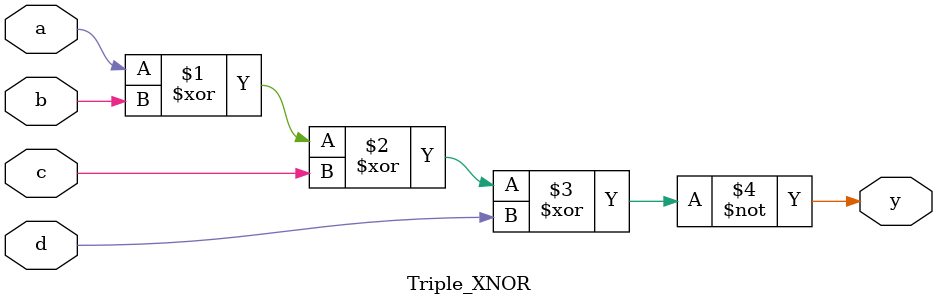
<source format=sv>
module Triple_XNOR(
    input a, b, c, d,
    output y
);
    assign y = ~(a ^ b ^ c ^ d); // 四输入奇偶检测
endmodule

</source>
